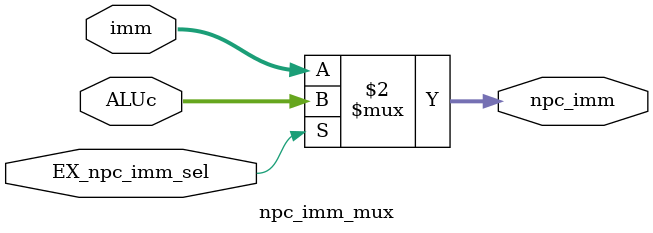
<source format=v>
`timescale 1ns / 1ps


module npc_imm_mux(
    input wire [31:0] ALUc,
    input wire [31:0] imm,
    input EX_npc_imm_sel,
    
    output wire [31:0] npc_imm

    );

    assign npc_imm = (EX_npc_imm_sel == 0) ? imm : ALUc;

endmodule

</source>
